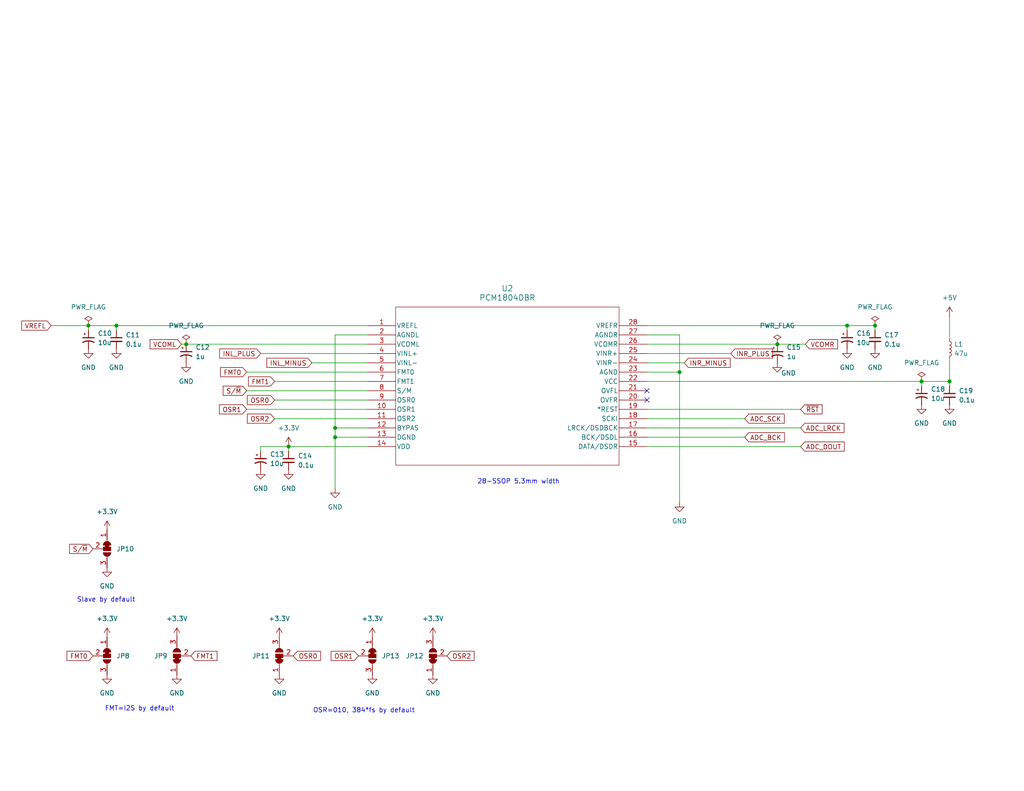
<source format=kicad_sch>
(kicad_sch (version 20231120) (generator "eeschema") (generator_version "8.0")
  (paper "USLetter")
  (title_block (title "Digital Audio Breakout Board") (date "2025-01-26") (rev "1") (company "Bruce MacKinnon KC1FSZ") (comment 1 "Copyright (C) 2025") (comment 2 "For amateur radio/non-commercial use only"))
  (lib_symbols
    (symbol "Device:C_Polarized_Small_US" (pin_numbers hide) (pin_names (offset 0.254) hide)
      (property "Reference" "C" (at 0.254 1.778 0))
      (property "Value" "C_Polarized_Small_US" (at 0.254 -2.032 0))
      (symbol "C_Polarized_Small_US_0_1"
        (polyline (pts (xy -1.524 0.508) (xy 1.524 0.508)) (stroke (width 0.3048)))
        (polyline (pts (xy -1.27 1.524) (xy -0.762 1.524)))
        (polyline (pts (xy -1.016 1.27) (xy -1.016 1.778)))
        (arc (start 1.524 -0.762) (mid 0 -0.3734) (end -1.524 -0.762) (stroke (width 0.3048)))
      )
      (symbol "C_Polarized_Small_US_1_1"
        (pin passive line (at 0 2.54 270) (length 2.032) (name "~") (number "1"))
        (pin passive line (at 0 -2.54 90) (length 2.032) (name "~") (number "2"))
      )
    )
    (symbol "Device:C_Small" (pin_numbers hide) (pin_names (offset 0.254) hide)
      (property "Reference" "C" (at 0.254 1.778 0))
      (property "Value" "C_Small" (at 0.254 -2.032 0))
      (symbol "C_Small_0_1"
        (polyline (pts (xy -1.524 -0.508) (xy 1.524 -0.508)) (stroke (width 0.3302)))
        (polyline (pts (xy -1.524 0.508) (xy 1.524 0.508)) (stroke (width 0.3048)))
      )
      (symbol "C_Small_1_1"
        (pin passive line (at 0 2.54 270) (length 2.032) (name "~") (number "1"))
        (pin passive line (at 0 -2.54 90) (length 2.032) (name "~") (number "2"))
      )
    )
    (symbol "Device:L_Small" (pin_numbers hide) (pin_names (offset 0.254) hide)
      (property "Reference" "L" (at 0.762 1.016 0))
      (property "Value" "L_Small" (at 0.762 -1.016 0))
      (symbol "L_Small_0_1"
        (arc (start 0 -2.032) (mid 0.5058 -1.524) (end 0 -1.016))
        (arc (start 0 -1.016) (mid 0.5058 -0.508) (end 0 0))
        (arc (start 0 0) (mid 0.5058 0.508) (end 0 1.016))
        (arc (start 0 1.016) (mid 0.5058 1.524) (end 0 2.032))
      )
      (symbol "L_Small_1_1"
        (pin passive line (at 0 2.54 270) (length 0.508) (name "~") (number "1"))
        (pin passive line (at 0 -2.54 90) (length 0.508) (name "~") (number "2"))
      )
    )
    (symbol "Jumper:SolderJumper_3_Bridged12" (pin_names (offset 0) hide) (exclude_from_sim yes) (in_bom no)
      (property "Reference" "JP" (at -2.54 -2.54 0))
      (property "Value" "SolderJumper_3_Bridged12" (at 0 2.794 0))
      (symbol "SolderJumper_3_Bridged12_0_1"
        (rectangle (start -1.016 0.508) (end -0.508 -0.508) (fill (type outline)))
        (arc (start -1.016 1.016) (mid -2.0276 0) (end -1.016 -1.016))
        (arc (start -1.016 1.016) (mid -2.0276 0) (end -1.016 -1.016) (fill (type outline)))
        (rectangle (start -0.508 1.016) (end 0.508 -1.016) (fill (type outline)))
        (polyline (pts (xy -2.54 0) (xy -2.032 0)))
        (polyline (pts (xy -1.016 1.016) (xy -1.016 -1.016)))
        (polyline (pts (xy 0 -1.27) (xy 0 -1.016)))
        (polyline (pts (xy 1.016 1.016) (xy 1.016 -1.016)))
        (polyline (pts (xy 2.54 0) (xy 2.032 0)))
        (arc (start 1.016 -1.016) (mid 2.0276 0) (end 1.016 1.016))
        (arc (start 1.016 -1.016) (mid 2.0276 0) (end 1.016 1.016) (fill (type outline)))
      )
      (symbol "SolderJumper_3_Bridged12_1_1"
        (pin passive line (at -5.08 0 0) (length 2.54) (name "A") (number "1"))
        (pin passive line (at 0 -3.81 90) (length 2.54) (name "C") (number "2"))
        (pin passive line (at 5.08 0 180) (length 2.54) (name "B") (number "3"))
      )
    )
    (symbol "power:+3.3V" (power) (pin_numbers hide) (pin_names (offset 0) hide)
      (property "Value" "+3.3V" (at 0 3.556 0))
      (symbol "+3.3V_0_1"
        (polyline (pts (xy -0.762 1.27) (xy 0 2.54)))
        (polyline (pts (xy 0 0) (xy 0 2.54)))
        (polyline (pts (xy 0 2.54) (xy 0.762 1.27)))
      )
      (symbol "+3.3V_1_1"
        (pin power_in line (at 0 0 90) (length 0) (name "~") (number "1"))
      )
    )
    (symbol "power:+5V" (power) (pin_numbers hide) (pin_names (offset 0) hide)
      (property "Value" "+5V" (at 0 3.556 0))
      (symbol "+5V_0_1"
        (polyline (pts (xy -0.762 1.27) (xy 0 2.54)))
        (polyline (pts (xy 0 0) (xy 0 2.54)))
        (polyline (pts (xy 0 2.54) (xy 0.762 1.27)))
      )
      (symbol "+5V_1_1"
        (pin power_in line (at 0 0 90) (length 0) (name "~") (number "1"))
      )
    )
    (symbol "power:GND" (power) (pin_numbers hide) (pin_names (offset 0) hide)
      (property "Value" "GND" (at 0 -3.81 0))
      (symbol "GND_0_1"
        (polyline (pts (xy 0 0) (xy 0 -1.27) (xy 1.27 -1.27) (xy 0 -2.54) (xy -1.27 -1.27) (xy 0 -1.27)))
      )
      (symbol "GND_1_1"
        (pin power_in line (at 0 0 270) (length 0) (name "~") (number "1"))
      )
    )
    (symbol "power:PWR_FLAG" (power) (pin_numbers hide) (pin_names (offset 0) hide)
      (property "Value" "PWR_FLAG" (at 0 3.81 0))
      (symbol "PWR_FLAG_0_0"
        (pin power_out line (at 0 0 90) (length 0) (name "~") (number "1"))
      )
      (symbol "PWR_FLAG_0_1"
        (polyline (pts (xy 0 0) (xy 0 1.27) (xy -1.016 1.905) (xy 0 2.54) (xy 1.016 1.905) (xy 0 1.27)))
      )
    )
    (symbol "symbol-library-1:PCM1804DBR" (pin_names (offset 0.254))
      (property "Reference" "U" (at 38.1 10.16 0))
      (property "Value" "PCM1804DBR" (at 38.1 7.62 0))
      (symbol "PCM1804DBR_0_1"
        (polyline (pts (xy 7.62 -38.1) (xy 68.58 -38.1)) (stroke (width 0.127)))
        (polyline (pts (xy 7.62 5.08) (xy 7.62 -38.1)) (stroke (width 0.127)))
        (polyline (pts (xy 68.58 -38.1) (xy 68.58 5.08)) (stroke (width 0.127)))
        (polyline (pts (xy 68.58 5.08) (xy 7.62 5.08)) (stroke (width 0.127)))
        (pin power_in line (at 0 0 0) (length 7.62) (name "VREFL") (number "1"))
        (pin input line (at 0 -22.86 0) (length 7.62) (name "OSR1") (number "10"))
        (pin input line (at 0 -25.4 0) (length 7.62) (name "OSR2") (number "11"))
        (pin input line (at 0 -27.94 0) (length 7.62) (name "BYPAS") (number "12"))
        (pin power_in line (at 0 -30.48 0) (length 7.62) (name "DGND") (number "13"))
        (pin power_in line (at 0 -33.02 0) (length 7.62) (name "VDD") (number "14"))
        (pin output line (at 76.2 -33.02 180) (length 7.62) (name "DATA/DSDR") (number "15"))
        (pin bidirectional line (at 76.2 -30.48 180) (length 7.62) (name "BCK/DSDL") (number "16"))
        (pin bidirectional line (at 76.2 -27.94 180) (length 7.62) (name "LRCK/DSDBCK") (number "17"))
        (pin input line (at 76.2 -25.4 180) (length 7.62) (name "SCKI") (number "18"))
        (pin input line (at 76.2 -22.86 180) (length 7.62) (name "*REST") (number "19"))
        (pin power_in line (at 0 -2.54 0) (length 7.62) (name "AGNDL") (number "2"))
        (pin output line (at 76.2 -20.32 180) (length 7.62) (name "OVFR") (number "20"))
        (pin output line (at 76.2 -17.78 180) (length 7.62) (name "OVFL") (number "21"))
        (pin power_in line (at 76.2 -15.24 180) (length 7.62) (name "VCC") (number "22"))
        (pin power_in line (at 76.2 -12.7 180) (length 7.62) (name "AGND") (number "23"))
        (pin input line (at 76.2 -10.16 180) (length 7.62) (name "VINR-") (number "24"))
        (pin input line (at 76.2 -7.62 180) (length 7.62) (name "VINR+") (number "25"))
        (pin power_in line (at 76.2 -5.08 180) (length 7.62) (name "VCOMR") (number "26"))
        (pin power_in line (at 76.2 -2.54 180) (length 7.62) (name "AGNDR") (number "27"))
        (pin power_in line (at 76.2 0 180) (length 7.62) (name "VREFR") (number "28"))
        (pin power_in line (at 0 -5.08 0) (length 7.62) (name "VCOML") (number "3"))
        (pin input line (at 0 -7.62 0) (length 7.62) (name "VINL+") (number "4"))
        (pin input line (at 0 -10.16 0) (length 7.62) (name "VINL-") (number "5"))
        (pin input line (at 0 -12.7 0) (length 7.62) (name "FMT0") (number "6"))
        (pin input line (at 0 -15.24 0) (length 7.62) (name "FMT1") (number "7"))
        (pin input line (at 0 -17.78 0) (length 7.62) (name "S/M") (number "8"))
        (pin input line (at 0 -20.32 0) (length 7.62) (name "OSR0") (number "9"))
      )
    )
  )
  (junction (at 259.08 104.14))
  (junction (at 24.13 88.9))
  (junction (at 238.76 88.9))
  (junction (at 91.44 119.38))
  (junction (at 78.74 121.92))
  (junction (at 31.75 88.9))
  (junction (at 91.44 116.84))
  (junction (at 231.14 88.9))
  (junction (at 185.42 101.6))
  (junction (at 50.8 93.98))
  (junction (at 212.09 93.98))
  (junction (at 251.46 104.14))
  (no_connect (at 176.53 106.68))
  (no_connect (at 176.53 109.22))
  (wire (pts (xy 176.53 96.52) (xy 199.39 96.52)))
  (wire (pts (xy 91.44 91.44) (xy 91.44 116.84)))
  (wire (pts (xy 176.53 99.06) (xy 186.69 99.06)))
  (wire (pts (xy 78.74 121.92) (xy 78.74 123.19)))
  (wire (pts (xy 71.12 96.52) (xy 100.33 96.52)))
  (wire (pts (xy 67.31 111.76) (xy 100.33 111.76)))
  (wire (pts (xy 91.44 119.38) (xy 91.44 133.35)))
  (wire (pts (xy 85.09 99.06) (xy 100.33 99.06)))
  (wire (pts (xy 176.53 104.14) (xy 251.46 104.14)))
  (wire (pts (xy 31.75 88.9) (xy 31.75 90.17)))
  (wire (pts (xy 31.75 88.9) (xy 100.33 88.9)))
  (wire (pts (xy 176.53 101.6) (xy 185.42 101.6)))
  (wire (pts (xy 176.53 121.92) (xy 218.44 121.92)))
  (wire (pts (xy 91.44 116.84) (xy 100.33 116.84)))
  (wire (pts (xy 185.42 91.44) (xy 185.42 101.6)))
  (wire (pts (xy 24.13 88.9) (xy 31.75 88.9)))
  (wire (pts (xy 49.53 93.98) (xy 50.8 93.98)))
  (wire (pts (xy 176.53 111.76) (xy 218.44 111.76)))
  (wire (pts (xy 71.12 121.92) (xy 78.74 121.92)))
  (wire (pts (xy 238.76 88.9) (xy 238.76 90.17)))
  (wire (pts (xy 100.33 91.44) (xy 91.44 91.44)))
  (wire (pts (xy 212.09 93.98) (xy 219.71 93.98)))
  (wire (pts (xy 91.44 119.38) (xy 100.33 119.38)))
  (wire (pts (xy 259.08 86.36) (xy 259.08 92.71)))
  (wire (pts (xy 176.53 91.44) (xy 185.42 91.44)))
  (wire (pts (xy 13.97 88.9) (xy 24.13 88.9)))
  (wire (pts (xy 50.8 93.98) (xy 100.33 93.98)))
  (wire (pts (xy 74.93 114.3) (xy 100.33 114.3)))
  (wire (pts (xy 71.12 123.19) (xy 71.12 121.92)))
  (wire (pts (xy 78.74 121.92) (xy 100.33 121.92)))
  (wire (pts (xy 176.53 93.98) (xy 212.09 93.98)))
  (wire (pts (xy 67.31 101.6) (xy 100.33 101.6)))
  (wire (pts (xy 259.08 97.79) (xy 259.08 104.14)))
  (wire (pts (xy 91.44 116.84) (xy 91.44 119.38)))
  (wire (pts (xy 251.46 105.41) (xy 251.46 104.14)))
  (wire (pts (xy 67.31 106.68) (xy 100.33 106.68)))
  (wire (pts (xy 251.46 104.14) (xy 259.08 104.14)))
  (wire (pts (xy 74.93 109.22) (xy 100.33 109.22)))
  (wire (pts (xy 176.53 116.84) (xy 218.44 116.84)))
  (wire (pts (xy 176.53 119.38) (xy 203.2 119.38)))
  (wire (pts (xy 24.13 90.17) (xy 24.13 88.9)))
  (wire (pts (xy 231.14 88.9) (xy 238.76 88.9)))
  (wire (pts (xy 185.42 101.6) (xy 185.42 137.16)))
  (wire (pts (xy 74.93 104.14) (xy 100.33 104.14)))
  (wire (pts (xy 176.53 88.9) (xy 231.14 88.9)))
  (wire (pts (xy 231.14 90.17) (xy 231.14 88.9)))
  (wire (pts (xy 176.53 114.3) (xy 203.2 114.3)))
  (wire (pts (xy 259.08 104.14) (xy 259.08 105.41)))
  (text "FMT=I2S by default" (at 38.1 193.548 0) (effects (font (size 1.27 1.27))))
  (text "Slave by default" (at 28.956 163.83 0) (effects (font (size 1.27 1.27))))
  (text "OSR=010, 384*fs by default" (at 99.314 194.056 0) (effects (font (size 1.27 1.27))))
  (text "28-SSOP 5.3mm width" (at 141.478 131.572 0) (effects (font (size 1.27 1.27))))
  (global_label "VCOML" (shape input) (at 49.53 93.98 180) (property "Intersheetrefs" "${INTERSHEET_REFS}" (effects (hide yes))))
  (global_label "OSR0" (shape input) (at 74.93 109.22 180) (property "Intersheetrefs" "${INTERSHEET_REFS}" (effects (hide yes))))
  (global_label "FMT1" (shape input) (at 74.93 104.14 180) (property "Intersheetrefs" "${INTERSHEET_REFS}" (effects (hide yes))))
  (global_label "S{slash}~{M}" (shape input) (at 25.4 149.86 180) (property "Intersheetrefs" "${INTERSHEET_REFS}" (effects (hide yes))))
  (global_label "OSR1" (shape input) (at 67.31 111.76 180) (property "Intersheetrefs" "${INTERSHEET_REFS}" (effects (hide yes))))
  (global_label "FMT1" (shape input) (at 52.07 179.07 0) (property "Intersheetrefs" "${INTERSHEET_REFS}" (effects (hide yes))))
  (global_label "~{RST}" (shape input) (at 218.44 111.76 0) (property "Intersheetrefs" "${INTERSHEET_REFS}" (effects (hide yes))))
  (global_label "INL_MINUS" (shape input) (at 85.09 99.06 180) (property "Intersheetrefs" "${INTERSHEET_REFS}" (effects (hide yes))))
  (global_label "FMT0" (shape input) (at 25.4 179.07 180) (property "Intersheetrefs" "${INTERSHEET_REFS}" (effects (hide yes))))
  (global_label "ADC_BCK" (shape input) (at 203.2 119.38 0) (property "Intersheetrefs" "${INTERSHEET_REFS}" (effects (hide yes))))
  (global_label "OSR2" (shape input) (at 121.92 179.07 0) (property "Intersheetrefs" "${INTERSHEET_REFS}" (effects (hide yes))))
  (global_label "INR_PLUS" (shape input) (at 199.39 96.52 0) (property "Intersheetrefs" "${INTERSHEET_REFS}" (effects (hide yes))))
  (global_label "OSR1" (shape input) (at 97.79 179.07 180) (property "Intersheetrefs" "${INTERSHEET_REFS}" (effects (hide yes))))
  (global_label "VREFL" (shape input) (at 13.97 88.9 180) (property "Intersheetrefs" "${INTERSHEET_REFS}" (effects (hide yes))))
  (global_label "S{slash}~{M}" (shape input) (at 67.31 106.68 180) (property "Intersheetrefs" "${INTERSHEET_REFS}" (effects (hide yes))))
  (global_label "OSR2" (shape input) (at 74.93 114.3 180) (property "Intersheetrefs" "${INTERSHEET_REFS}" (effects (hide yes))))
  (global_label "OSR0" (shape input) (at 80.01 179.07 0) (property "Intersheetrefs" "${INTERSHEET_REFS}" (effects (hide yes))))
  (global_label "VCOMR" (shape input) (at 219.71 93.98 0) (property "Intersheetrefs" "${INTERSHEET_REFS}" (effects (hide yes))))
  (global_label "INR_MINUS" (shape input) (at 186.69 99.06 0) (property "Intersheetrefs" "${INTERSHEET_REFS}" (effects (hide yes))))
  (global_label "INL_PLUS" (shape input) (at 71.12 96.52 180) (property "Intersheetrefs" "${INTERSHEET_REFS}" (effects (hide yes))))
  (global_label "ADC_SCK" (shape input) (at 203.2 114.3 0) (property "Intersheetrefs" "${INTERSHEET_REFS}" (effects (hide yes))))
  (global_label "ADC_LRCK" (shape input) (at 218.44 116.84 0) (property "Intersheetrefs" "${INTERSHEET_REFS}" (effects (hide yes))))
  (global_label "ADC_DOUT" (shape input) (at 218.44 121.92 0) (property "Intersheetrefs" "${INTERSHEET_REFS}" (effects (hide yes))))
  (global_label "FMT0" (shape input) (at 67.31 101.6 180) (property "Intersheetrefs" "${INTERSHEET_REFS}" (effects (hide yes))))
  (symbol (lib_id "power:GND") (at 91.44 133.35 0) (unit 1)
    (property "Reference" "#PWR031" (effects (hide yes)))
    (property "Value" "GND" (at 91.44 138.43 0))
    (property "Description" "Power symbol creates a global label with name \"GND\" , ground" (effects (hide yes)))
  )
  (symbol (lib_id "power:GND") (at 185.42 137.16 0) (unit 1)
    (property "Reference" "#PWR032" (effects (hide yes)))
    (property "Value" "GND" (at 185.42 142.24 0))
    (property "Description" "Power symbol creates a global label with name \"GND\" , ground" (effects (hide yes)))
  )
  (symbol (lib_id "power:PWR_FLAG") (at 212.09 93.98 0) (unit 1)
    (property "Reference" "#FLG06" (effects (hide yes)))
    (property "Value" "PWR_FLAG" (at 212.09 88.9 0))
    (property "Description" "Special symbol for telling ERC where power comes from" (effects (hide yes)))
  )
  (symbol (lib_id "power:+3.3V") (at 76.2 173.99 0) (unit 1)
    (property "Reference" "#PWR046" (effects (hide yes)))
    (property "Value" "+3.3V" (at 76.2 168.91 0))
    (property "Description" "Power symbol creates a global label with name \"+3.3V\"" (effects (hide yes)))
  )
  (symbol (lib_id "power:GND") (at 251.46 110.49 0) (unit 1)
    (property "Reference" "#PWR037" (effects (hide yes)))
    (property "Value" "GND" (at 251.46 115.57 0))
    (property "Description" "Power symbol creates a global label with name \"GND\" , ground" (effects (hide yes)))
  )
  (symbol (lib_id "power:+3.3V") (at 48.26 173.99 0) (unit 1)
    (property "Reference" "#PWR041" (effects (hide yes)))
    (property "Value" "+3.3V" (at 48.26 168.91 0))
    (property "Description" "Power symbol creates a global label with name \"+3.3V\"" (effects (hide yes)))
  )
  (symbol (lib_id "power:+3.3V") (at 101.6 173.99 0) (unit 1)
    (property "Reference" "#PWR050" (effects (hide yes)))
    (property "Value" "+3.3V" (at 101.6 168.91 0))
    (property "Description" "Power symbol creates a global label with name \"+3.3V\"" (effects (hide yes)))
  )
  (symbol (lib_id "power:+5V") (at 259.08 86.36 0) (unit 1)
    (property "Reference" "#PWR038" (effects (hide yes)))
    (property "Value" "+5V" (at 259.08 81.28 0))
    (property "Description" "Power symbol creates a global label with name \"+5V\"" (effects (hide yes)))
  )
  (symbol (lib_id "power:GND") (at 118.11 184.15 0) (unit 1)
    (property "Reference" "#PWR049" (effects (hide yes)))
    (property "Value" "GND" (at 118.11 189.23 0))
    (property "Description" "Power symbol creates a global label with name \"GND\" , ground" (effects (hide yes)))
  )
  (symbol (lib_id "power:GND") (at 48.26 184.15 0) (unit 1)
    (property "Reference" "#PWR043" (effects (hide yes)))
    (property "Value" "GND" (at 48.26 189.23 0))
    (property "Description" "Power symbol creates a global label with name \"GND\" , ground" (effects (hide yes)))
  )
  (symbol (lib_id "Device:L_Small") (at 259.08 95.25 0) (unit 1)
    (property "Reference" "L1" (at 260.35 93.9799 0) (effects (justify left)))
    (property "Value" "47u" (at 260.35 96.5199 0) (effects (justify left)))
    (property "Footprint" "Inductor_SMD:L_0805_2012Metric_Pad1.15x1.40mm_HandSolder" (effects (hide yes)))
    (property "Description" "Inductor, small symbol" (effects (hide yes)))
  )
  (symbol (lib_id "power:PWR_FLAG") (at 238.76 88.9 0) (unit 1)
    (property "Reference" "#FLG07" (effects (hide yes)))
    (property "Value" "PWR_FLAG" (at 238.76 83.82 0))
    (property "Description" "Special symbol for telling ERC where power comes from" (effects (hide yes)))
  )
  (symbol (lib_id "Jumper:SolderJumper_3_Bridged12") (at 118.11 179.07 90) (unit 1) (exclude_from_sim yes) (in_bom no)
    (property "Reference" "JP12" (at 115.57 179.0699 90) (effects (justify left)))
    (property "Value" "SolderJumper_3_Bridged12" (effects (hide yes)))
    (property "Footprint" "Jumper:SolderJumper-3_P1.3mm_Bridged12_Pad1.0x1.5mm" (effects (hide yes)))
    (property "Description" "3-pole Solder Jumper, pins 1+2 closed/bridged" (effects (hide yes)))
  )
  (symbol (lib_id "power:+3.3V") (at 29.21 144.78 0) (unit 1)
    (property "Reference" "#PWR044" (effects (hide yes)))
    (property "Value" "+3.3V" (at 29.21 139.7 0))
    (property "Description" "Power symbol creates a global label with name \"+3.3V\"" (effects (hide yes)))
  )
  (symbol (lib_id "symbol-library-1:PCM1804DBR") (at 100.33 88.9 0) (unit 1)
    (property "Reference" "U2" (at 138.43 78.74 0) (effects (font (size 1.524 1.524))))
    (property "Value" "PCM1804DBR" (at 138.43 81.28 0) (effects (font (size 1.524 1.524))))
    (property "Footprint" "Package_SO:SSOP-28_5.3x10.2mm_P0.65mm" (effects (hide yes)))
    (property "Datasheet" "PCM1804DBR" (effects (hide yes)))
  )
  (symbol (lib_id "Device:C_Polarized_Small_US") (at 251.46 107.95 0) (unit 1)
    (property "Reference" "C18" (at 254 106.2481 0) (effects (justify left)))
    (property "Value" "10u" (at 254 108.7881 0) (effects (justify left)))
    (property "Footprint" "Capacitor_THT:CP_Radial_D4.0mm_P2.00mm" (effects (hide yes)))
    (property "Description" "Polarized capacitor, small US symbol" (effects (hide yes)))
  )
  (symbol (lib_id "Jumper:SolderJumper_3_Bridged12") (at 76.2 179.07 90) (unit 1) (exclude_from_sim yes) (in_bom no)
    (property "Reference" "JP11" (at 73.66 179.0699 90) (effects (justify left)))
    (property "Value" "SolderJumper_3_Bridged12" (effects (hide yes)))
    (property "Footprint" "Jumper:SolderJumper-3_P1.3mm_Bridged12_Pad1.0x1.5mm" (effects (hide yes)))
    (property "Description" "3-pole Solder Jumper, pins 1+2 closed/bridged" (effects (hide yes)))
  )
  (symbol (lib_id "power:GND") (at 101.6 184.15 0) (unit 1)
    (property "Reference" "#PWR051" (effects (hide yes)))
    (property "Value" "GND" (at 101.6 189.23 0))
    (property "Description" "Power symbol creates a global label with name \"GND\" , ground" (effects (hide yes)))
  )
  (symbol (lib_id "power:PWR_FLAG") (at 24.13 88.9 0) (unit 1)
    (property "Reference" "#FLG04" (effects (hide yes)))
    (property "Value" "PWR_FLAG" (at 24.13 83.82 0))
    (property "Description" "Special symbol for telling ERC where power comes from" (effects (hide yes)))
  )
  (symbol (lib_id "power:GND") (at 259.08 110.49 0) (unit 1)
    (property "Reference" "#PWR039" (effects (hide yes)))
    (property "Value" "GND" (at 259.08 115.57 0))
    (property "Description" "Power symbol creates a global label with name \"GND\" , ground" (effects (hide yes)))
  )
  (symbol (lib_id "Jumper:SolderJumper_3_Bridged12") (at 29.21 149.86 270) (unit 1) (exclude_from_sim yes) (in_bom no)
    (property "Reference" "JP10" (at 31.75 149.8599 90) (effects (justify left)))
    (property "Value" "SolderJumper_3_Bridged12" (effects (hide yes)))
    (property "Footprint" "Jumper:SolderJumper-3_P1.3mm_Bridged12_Pad1.0x1.5mm" (effects (hide yes)))
    (property "Description" "3-pole Solder Jumper, pins 1+2 closed/bridged" (effects (hide yes)))
  )
  (symbol (lib_id "Jumper:SolderJumper_3_Bridged12") (at 48.26 179.07 90) (unit 1) (exclude_from_sim yes) (in_bom no)
    (property "Reference" "JP9" (at 45.72 179.0699 90) (effects (justify left)))
    (property "Value" "SolderJumper_3_Bridged12" (effects (hide yes)))
    (property "Footprint" "Jumper:SolderJumper-3_P1.3mm_Bridged12_Pad1.0x1.5mm" (effects (hide yes)))
    (property "Description" "3-pole Solder Jumper, pins 1+2 closed/bridged" (effects (hide yes)))
  )
  (symbol (lib_id "power:GND") (at 29.21 154.94 0) (unit 1)
    (property "Reference" "#PWR045" (effects (hide yes)))
    (property "Value" "GND" (at 29.21 160.02 0))
    (property "Description" "Power symbol creates a global label with name \"GND\" , ground" (effects (hide yes)))
  )
  (symbol (lib_id "power:GND") (at 24.13 95.25 0) (unit 1)
    (property "Reference" "#PWR025" (effects (hide yes)))
    (property "Value" "GND" (at 24.13 100.33 0))
    (property "Description" "Power symbol creates a global label with name \"GND\" , ground" (effects (hide yes)))
  )
  (symbol (lib_id "power:+3.3V") (at 118.11 173.99 0) (unit 1)
    (property "Reference" "#PWR048" (effects (hide yes)))
    (property "Value" "+3.3V" (at 118.11 168.91 0))
    (property "Description" "Power symbol creates a global label with name \"+3.3V\"" (effects (hide yes)))
  )
  (symbol (lib_id "power:GND") (at 76.2 184.15 0) (unit 1)
    (property "Reference" "#PWR047" (effects (hide yes)))
    (property "Value" "GND" (at 76.2 189.23 0))
    (property "Description" "Power symbol creates a global label with name \"GND\" , ground" (effects (hide yes)))
  )
  (symbol (lib_id "Device:C_Polarized_Small_US") (at 50.8 96.52 0) (unit 1)
    (property "Reference" "C12" (at 53.34 94.8181 0) (effects (justify left)))
    (property "Value" "1u" (at 53.34 97.3581 0) (effects (justify left)))
    (property "Footprint" "Capacitor_SMD:C_0805_2012Metric_Pad1.18x1.45mm_HandSolder" (effects (hide yes)))
    (property "Description" "Polarized capacitor, small US symbol" (effects (hide yes)))
  )
  (symbol (lib_id "power:+3.3V") (at 29.21 173.99 0) (unit 1)
    (property "Reference" "#PWR040" (effects (hide yes)))
    (property "Value" "+3.3V" (at 29.21 168.91 0))
    (property "Description" "Power symbol creates a global label with name \"+3.3V\"" (effects (hide yes)))
  )
  (symbol (lib_id "power:GND") (at 231.14 95.25 0) (unit 1)
    (property "Reference" "#PWR035" (effects (hide yes)))
    (property "Value" "GND" (at 231.14 100.33 0))
    (property "Description" "Power symbol creates a global label with name \"GND\" , ground" (effects (hide yes)))
  )
  (symbol (lib_id "power:GND") (at 212.09 99.06 0) (unit 1)
    (property "Reference" "#PWR033" (effects (hide yes)))
    (property "Value" "GND" (at 215.138 101.854 0))
    (property "Description" "Power symbol creates a global label with name \"GND\" , ground" (effects (hide yes)))
  )
  (symbol (lib_id "Device:C_Small") (at 259.08 107.95 0) (unit 1)
    (property "Reference" "C19" (at 261.62 106.6862 0) (effects (justify left)))
    (property "Value" "0.1u" (at 261.62 109.2262 0) (effects (justify left)))
    (property "Footprint" "Capacitor_SMD:C_0805_2012Metric_Pad1.18x1.45mm_HandSolder" (effects (hide yes)))
    (property "Description" "Unpolarized capacitor, small symbol" (effects (hide yes)))
  )
  (symbol (lib_id "power:GND") (at 238.76 95.25 0) (unit 1)
    (property "Reference" "#PWR036" (effects (hide yes)))
    (property "Value" "GND" (at 238.76 100.33 0))
    (property "Description" "Power symbol creates a global label with name \"GND\" , ground" (effects (hide yes)))
  )
  (symbol (lib_id "Jumper:SolderJumper_3_Bridged12") (at 101.6 179.07 270) (unit 1) (exclude_from_sim yes) (in_bom no)
    (property "Reference" "JP13" (at 104.14 179.0699 90) (effects (justify left)))
    (property "Value" "SolderJumper_3_Bridged12" (effects (hide yes)))
    (property "Footprint" "Jumper:SolderJumper-3_P1.3mm_Bridged12_Pad1.0x1.5mm" (effects (hide yes)))
    (property "Description" "3-pole Solder Jumper, pins 1+2 closed/bridged" (effects (hide yes)))
  )
  (symbol (lib_id "power:GND") (at 71.12 128.27 0) (unit 1)
    (property "Reference" "#PWR028" (effects (hide yes)))
    (property "Value" "GND" (at 71.12 133.35 0))
    (property "Description" "Power symbol creates a global label with name \"GND\" , ground" (effects (hide yes)))
  )
  (symbol (lib_id "power:GND") (at 29.21 184.15 0) (unit 1)
    (property "Reference" "#PWR042" (effects (hide yes)))
    (property "Value" "GND" (at 29.21 189.23 0))
    (property "Description" "Power symbol creates a global label with name \"GND\" , ground" (effects (hide yes)))
  )
  (symbol (lib_id "Device:C_Small") (at 31.75 92.71 0) (unit 1)
    (property "Reference" "C11" (at 34.29 91.4462 0) (effects (justify left)))
    (property "Value" "0.1u" (at 34.29 93.9862 0) (effects (justify left)))
    (property "Footprint" "Capacitor_SMD:C_0805_2012Metric_Pad1.18x1.45mm_HandSolder" (effects (hide yes)))
    (property "Description" "Unpolarized capacitor, small symbol" (effects (hide yes)))
  )
  (symbol (lib_id "power:+3.3V") (at 78.74 121.92 0) (unit 1)
    (property "Reference" "#PWR029" (effects (hide yes)))
    (property "Value" "+3.3V" (at 78.74 116.84 0))
    (property "Description" "Power symbol creates a global label with name \"+3.3V\"" (effects (hide yes)))
  )
  (symbol (lib_id "Device:C_Polarized_Small_US") (at 212.09 96.52 0) (unit 1)
    (property "Reference" "C15" (at 214.63 94.8181 0) (effects (justify left)))
    (property "Value" "1u" (at 214.63 97.3581 0) (effects (justify left)))
    (property "Footprint" "Capacitor_SMD:C_0805_2012Metric_Pad1.18x1.45mm_HandSolder" (effects (hide yes)))
    (property "Description" "Polarized capacitor, small US symbol" (effects (hide yes)))
  )
  (symbol (lib_id "power:GND") (at 31.75 95.25 0) (unit 1)
    (property "Reference" "#PWR026" (effects (hide yes)))
    (property "Value" "GND" (at 31.75 100.33 0))
    (property "Description" "Power symbol creates a global label with name \"GND\" , ground" (effects (hide yes)))
  )
  (symbol (lib_id "Device:C_Small") (at 238.76 92.71 0) (unit 1)
    (property "Reference" "C17" (at 241.3 91.4462 0) (effects (justify left)))
    (property "Value" "0.1u" (at 241.3 93.9862 0) (effects (justify left)))
    (property "Footprint" "Capacitor_SMD:C_0805_2012Metric_Pad1.18x1.45mm_HandSolder" (effects (hide yes)))
    (property "Description" "Unpolarized capacitor, small symbol" (effects (hide yes)))
  )
  (symbol (lib_id "Device:C_Small") (at 78.74 125.73 0) (unit 1)
    (property "Reference" "C14" (at 81.28 124.4662 0) (effects (justify left)))
    (property "Value" "0.1u" (at 81.28 127.0062 0) (effects (justify left)))
    (property "Footprint" "Capacitor_SMD:C_0805_2012Metric_Pad1.18x1.45mm_HandSolder" (effects (hide yes)))
    (property "Description" "Unpolarized capacitor, small symbol" (effects (hide yes)))
  )
  (symbol (lib_id "power:GND") (at 78.74 128.27 0) (unit 1)
    (property "Reference" "#PWR030" (effects (hide yes)))
    (property "Value" "GND" (at 78.74 133.35 0))
    (property "Description" "Power symbol creates a global label with name \"GND\" , ground" (effects (hide yes)))
  )
  (symbol (lib_id "power:PWR_FLAG") (at 251.46 104.14 0) (unit 1)
    (property "Reference" "#FLG08" (effects (hide yes)))
    (property "Value" "PWR_FLAG" (at 251.46 99.06 0))
    (property "Description" "Special symbol for telling ERC where power comes from" (effects (hide yes)))
  )
  (symbol (lib_id "power:GND") (at 50.8 99.06 0) (unit 1)
    (property "Reference" "#PWR027" (effects (hide yes)))
    (property "Value" "GND" (at 50.8 104.14 0))
    (property "Description" "Power symbol creates a global label with name \"GND\" , ground" (effects (hide yes)))
  )
  (symbol (lib_id "Device:C_Polarized_Small_US") (at 231.14 92.71 0) (unit 1)
    (property "Reference" "C16" (at 233.68 91.0081 0) (effects (justify left)))
    (property "Value" "10u" (at 233.68 93.5481 0) (effects (justify left)))
    (property "Footprint" "Capacitor_THT:CP_Radial_D4.0mm_P2.00mm" (effects (hide yes)))
    (property "Description" "Polarized capacitor, small US symbol" (effects (hide yes)))
  )
  (symbol (lib_id "Jumper:SolderJumper_3_Bridged12") (at 29.21 179.07 270) (unit 1) (exclude_from_sim yes) (in_bom no)
    (property "Reference" "JP8" (at 31.75 179.0699 90) (effects (justify left)))
    (property "Value" "SolderJumper_3_Bridged12" (effects (hide yes)))
    (property "Footprint" "Jumper:SolderJumper-3_P1.3mm_Bridged12_Pad1.0x1.5mm" (effects (hide yes)))
    (property "Description" "3-pole Solder Jumper, pins 1+2 closed/bridged" (effects (hide yes)))
  )
  (symbol (lib_id "Device:C_Polarized_Small_US") (at 24.13 92.71 0) (unit 1)
    (property "Reference" "C10" (at 26.67 91.0081 0) (effects (justify left)))
    (property "Value" "10u" (at 26.67 93.5481 0) (effects (justify left)))
    (property "Footprint" "Capacitor_THT:CP_Radial_D4.0mm_P2.00mm" (effects (hide yes)))
    (property "Description" "Polarized capacitor, small US symbol" (effects (hide yes)))
  )
  (symbol (lib_id "power:PWR_FLAG") (at 50.8 93.98 0) (unit 1)
    (property "Reference" "#FLG05" (effects (hide yes)))
    (property "Value" "PWR_FLAG" (at 50.8 88.9 0))
    (property "Description" "Special symbol for telling ERC where power comes from" (effects (hide yes)))
  )
  (symbol (lib_id "Device:C_Polarized_Small_US") (at 71.12 125.73 0) (unit 1)
    (property "Reference" "C13" (at 73.66 124.0281 0) (effects (justify left)))
    (property "Value" "10u" (at 73.66 126.5681 0) (effects (justify left)))
    (property "Footprint" "Capacitor_THT:CP_Radial_D4.0mm_P2.00mm" (effects (hide yes)))
    (property "Description" "Polarized capacitor, small US symbol" (effects (hide yes)))
  )
)
</source>
